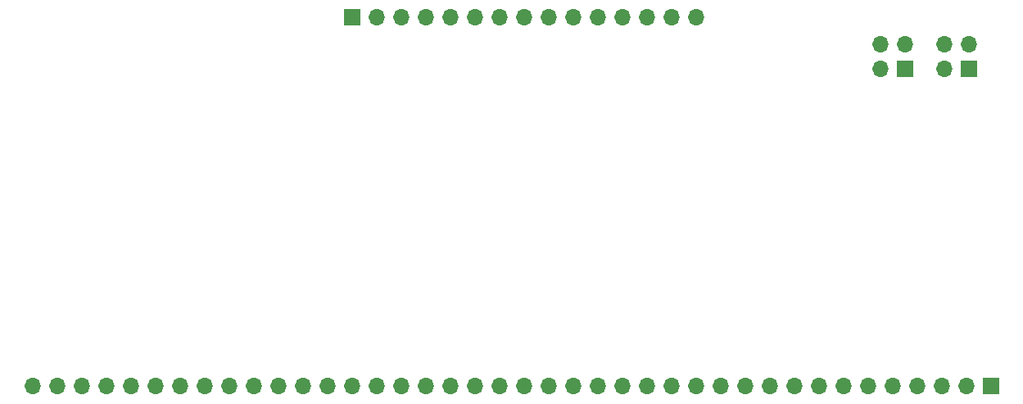
<source format=gbr>
%TF.GenerationSoftware,KiCad,Pcbnew,(6.0.0-0)*%
%TF.CreationDate,2022-01-25T13:08:08-05:00*%
%TF.ProjectId,EEPROM-Board,45455052-4f4d-42d4-926f-6172642e6b69,rev?*%
%TF.SameCoordinates,Original*%
%TF.FileFunction,Soldermask,Bot*%
%TF.FilePolarity,Negative*%
%FSLAX46Y46*%
G04 Gerber Fmt 4.6, Leading zero omitted, Abs format (unit mm)*
G04 Created by KiCad (PCBNEW (6.0.0-0)) date 2022-01-25 13:08:08*
%MOMM*%
%LPD*%
G01*
G04 APERTURE LIST*
%ADD10R,1.700000X1.700000*%
%ADD11O,1.700000X1.700000*%
G04 APERTURE END LIST*
D10*
%TO.C,J4*%
X205227000Y-80772000D03*
D11*
X202687000Y-80772000D03*
X200147000Y-80772000D03*
X197607000Y-80772000D03*
X195067000Y-80772000D03*
X192527000Y-80772000D03*
X189987000Y-80772000D03*
X187447000Y-80772000D03*
X184907000Y-80772000D03*
X182367000Y-80772000D03*
X179827000Y-80772000D03*
X177287000Y-80772000D03*
X174747000Y-80772000D03*
X172207000Y-80772000D03*
X169667000Y-80772000D03*
X167127000Y-80772000D03*
X164587000Y-80772000D03*
X162047000Y-80772000D03*
X159507000Y-80772000D03*
X156967000Y-80772000D03*
X154427000Y-80772000D03*
X151887000Y-80772000D03*
X149347000Y-80772000D03*
X146807000Y-80772000D03*
X144267000Y-80772000D03*
X141727000Y-80772000D03*
X139187000Y-80772000D03*
X136647000Y-80772000D03*
X134107000Y-80772000D03*
X131567000Y-80772000D03*
X129027000Y-80772000D03*
X126487000Y-80772000D03*
X123947000Y-80772000D03*
X121407000Y-80772000D03*
X118867000Y-80772000D03*
X116327000Y-80772000D03*
X113787000Y-80772000D03*
X111247000Y-80772000D03*
X108707000Y-80772000D03*
X106167000Y-80772000D03*
%TD*%
%TO.C,J1*%
X174757000Y-42672000D03*
X172217000Y-42672000D03*
X169677000Y-42672000D03*
X167137000Y-42672000D03*
X164597000Y-42672000D03*
X162057000Y-42672000D03*
X159517000Y-42672000D03*
X156977000Y-42672000D03*
X154437000Y-42672000D03*
X151897000Y-42672000D03*
X149357000Y-42672000D03*
X146817000Y-42672000D03*
X144277000Y-42672000D03*
X141737000Y-42672000D03*
D10*
X139197000Y-42672000D03*
%TD*%
D11*
%TO.C,J3*%
X200406000Y-45461000D03*
X202946000Y-45461000D03*
X200406000Y-48001000D03*
D10*
X202946000Y-48001000D03*
%TD*%
%TO.C,J2*%
X196347000Y-48006000D03*
D11*
X193807000Y-48006000D03*
X196347000Y-45466000D03*
X193807000Y-45466000D03*
%TD*%
M02*

</source>
